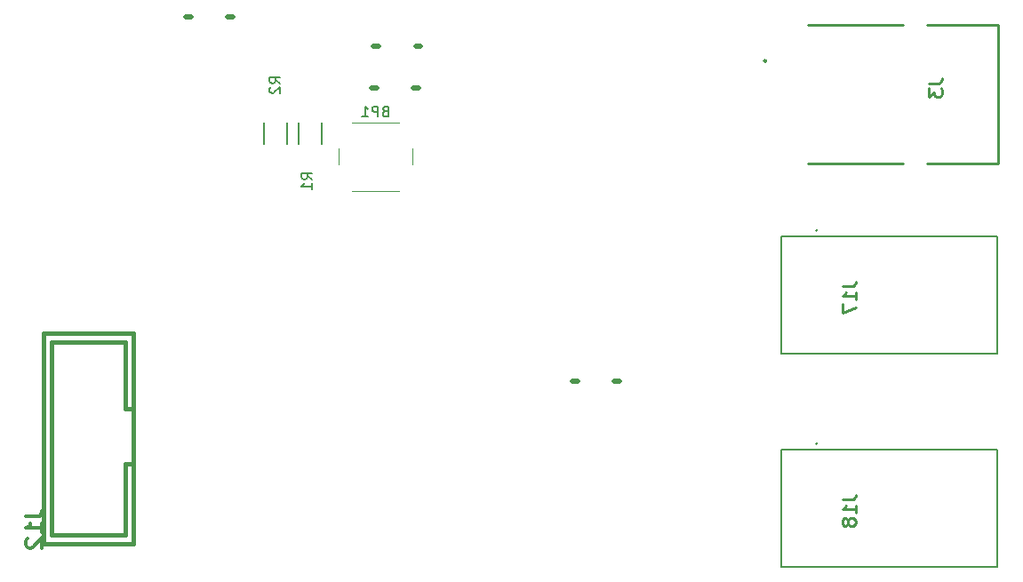
<source format=gbr>
G04 #@! TF.FileFunction,Legend,Bot*
%FSLAX46Y46*%
G04 Gerber Fmt 4.6, Leading zero omitted, Abs format (unit mm)*
G04 Created by KiCad (PCBNEW 4.0.7) date Thursday, 23 May 2019 'à' 18:59:53*
%MOMM*%
%LPD*%
G01*
G04 APERTURE LIST*
%ADD10C,0.100000*%
%ADD11C,0.254000*%
%ADD12C,0.381000*%
%ADD13C,0.150000*%
%ADD14C,0.120000*%
%ADD15C,0.500000*%
%ADD16C,0.200000*%
%ADD17C,0.304800*%
G04 APERTURE END LIST*
D10*
D11*
X188220000Y-79503000D02*
X188220000Y-66293000D01*
X170120000Y-66293000D02*
X179170000Y-66293000D01*
X170120000Y-79503000D02*
X179170000Y-79503000D01*
X188220000Y-79503000D02*
X181510000Y-79503000D01*
X188220000Y-66293000D02*
X181510000Y-66293000D01*
X166132920Y-69744000D02*
G75*
G03X166132920Y-69744000I-91920J0D01*
G01*
D12*
X105899940Y-108100960D02*
X105899940Y-102899040D01*
X98099600Y-96500780D02*
X105099840Y-96500780D01*
X105099840Y-96500780D02*
X105099840Y-102899040D01*
X105099840Y-102899040D02*
X105899940Y-102899040D01*
X105899940Y-108100960D02*
X105099840Y-108100960D01*
X105099840Y-108100960D02*
X105099840Y-114900540D01*
X105099840Y-114900540D02*
X98099600Y-114900540D01*
X98099600Y-114900540D02*
X98099600Y-96500780D01*
X105899940Y-95700680D02*
X105899940Y-102899040D01*
X105899940Y-115700640D02*
X105899940Y-108100960D01*
X105899940Y-95698140D02*
X97299500Y-95698140D01*
X97299500Y-95698140D02*
X97299500Y-115698100D01*
X97299500Y-115698100D02*
X105899940Y-115698100D01*
D13*
X121625000Y-75600000D02*
X121625000Y-77600000D01*
X123775000Y-77600000D02*
X123775000Y-75600000D01*
X118325000Y-75600000D02*
X118325000Y-77600000D01*
X120475000Y-77600000D02*
X120475000Y-75600000D01*
D14*
X131200000Y-82100000D02*
X126700000Y-82100000D01*
X132450000Y-78100000D02*
X132450000Y-79600000D01*
X126700000Y-75600000D02*
X131200000Y-75600000D01*
X125450000Y-79600000D02*
X125450000Y-78100000D01*
D15*
X114850000Y-65500000D02*
X115350000Y-65500000D01*
X111350000Y-65500000D02*
X110850000Y-65500000D01*
X110850000Y-65500000D02*
X111100000Y-65500000D01*
X132750000Y-68300000D02*
X133250000Y-68300000D01*
X129250000Y-68300000D02*
X128750000Y-68300000D01*
X128750000Y-68300000D02*
X129000000Y-68300000D01*
X129050000Y-72300000D02*
X128550000Y-72300000D01*
X132550000Y-72300000D02*
X133050000Y-72300000D01*
X133050000Y-72300000D02*
X132800000Y-72300000D01*
X151661000Y-100279000D02*
X152161000Y-100279000D01*
X148161000Y-100279000D02*
X147661000Y-100279000D01*
X147661000Y-100279000D02*
X147911000Y-100279000D01*
D16*
X167593000Y-97639600D02*
X188163000Y-97639600D01*
X188163000Y-97639600D02*
X188163000Y-86459600D01*
X188163000Y-86459600D02*
X167593000Y-86459600D01*
X167593000Y-86459600D02*
X167593000Y-97639600D01*
X171024000Y-85884600D02*
G75*
G03X171024000Y-85884600I-66000J0D01*
G01*
X167593000Y-117960000D02*
X188163000Y-117960000D01*
X188163000Y-117960000D02*
X188163000Y-106780000D01*
X188163000Y-106780000D02*
X167593000Y-106780000D01*
X167593000Y-106780000D02*
X167593000Y-117960000D01*
X171024000Y-106205000D02*
G75*
G03X171024000Y-106205000I-66000J0D01*
G01*
D11*
X181638524Y-71843667D02*
X182545667Y-71843667D01*
X182727095Y-71783191D01*
X182848048Y-71662239D01*
X182908524Y-71480810D01*
X182908524Y-71359858D01*
X181638524Y-72327477D02*
X181638524Y-73113667D01*
X182122333Y-72690334D01*
X182122333Y-72871762D01*
X182182810Y-72992715D01*
X182243286Y-73053191D01*
X182364238Y-73113667D01*
X182666619Y-73113667D01*
X182787571Y-73053191D01*
X182848048Y-72992715D01*
X182908524Y-72871762D01*
X182908524Y-72508905D01*
X182848048Y-72387953D01*
X182787571Y-72327477D01*
D17*
X95639429Y-113156286D02*
X96728000Y-113156286D01*
X96945714Y-113083714D01*
X97090857Y-112938571D01*
X97163429Y-112720857D01*
X97163429Y-112575714D01*
X97163429Y-114680286D02*
X97163429Y-113809429D01*
X97163429Y-114244857D02*
X95639429Y-114244857D01*
X95857143Y-114099714D01*
X96002286Y-113954572D01*
X96074857Y-113809429D01*
X95784571Y-115260858D02*
X95712000Y-115333429D01*
X95639429Y-115478572D01*
X95639429Y-115841429D01*
X95712000Y-115986572D01*
X95784571Y-116059143D01*
X95929714Y-116131715D01*
X96074857Y-116131715D01*
X96292571Y-116059143D01*
X97163429Y-115188286D01*
X97163429Y-116131715D01*
D13*
X122898381Y-81005334D02*
X122422190Y-80672000D01*
X122898381Y-80433905D02*
X121898381Y-80433905D01*
X121898381Y-80814858D01*
X121946000Y-80910096D01*
X121993619Y-80957715D01*
X122088857Y-81005334D01*
X122231714Y-81005334D01*
X122326952Y-80957715D01*
X122374571Y-80910096D01*
X122422190Y-80814858D01*
X122422190Y-80433905D01*
X122898381Y-81957715D02*
X122898381Y-81386286D01*
X122898381Y-81672000D02*
X121898381Y-81672000D01*
X122041238Y-81576762D01*
X122136476Y-81481524D01*
X122184095Y-81386286D01*
X119852381Y-71861334D02*
X119376190Y-71528000D01*
X119852381Y-71289905D02*
X118852381Y-71289905D01*
X118852381Y-71670858D01*
X118900000Y-71766096D01*
X118947619Y-71813715D01*
X119042857Y-71861334D01*
X119185714Y-71861334D01*
X119280952Y-71813715D01*
X119328571Y-71766096D01*
X119376190Y-71670858D01*
X119376190Y-71289905D01*
X118947619Y-72242286D02*
X118900000Y-72289905D01*
X118852381Y-72385143D01*
X118852381Y-72623239D01*
X118900000Y-72718477D01*
X118947619Y-72766096D01*
X119042857Y-72813715D01*
X119138095Y-72813715D01*
X119280952Y-72766096D01*
X119852381Y-72194667D01*
X119852381Y-72813715D01*
X129854761Y-74528571D02*
X129711904Y-74576190D01*
X129664285Y-74623810D01*
X129616666Y-74719048D01*
X129616666Y-74861905D01*
X129664285Y-74957143D01*
X129711904Y-75004762D01*
X129807142Y-75052381D01*
X130188095Y-75052381D01*
X130188095Y-74052381D01*
X129854761Y-74052381D01*
X129759523Y-74100000D01*
X129711904Y-74147619D01*
X129664285Y-74242857D01*
X129664285Y-74338095D01*
X129711904Y-74433333D01*
X129759523Y-74480952D01*
X129854761Y-74528571D01*
X130188095Y-74528571D01*
X129188095Y-75052381D02*
X129188095Y-74052381D01*
X128807142Y-74052381D01*
X128711904Y-74100000D01*
X128664285Y-74147619D01*
X128616666Y-74242857D01*
X128616666Y-74385714D01*
X128664285Y-74480952D01*
X128711904Y-74528571D01*
X128807142Y-74576190D01*
X129188095Y-74576190D01*
X127664285Y-75052381D02*
X128235714Y-75052381D01*
X127950000Y-75052381D02*
X127950000Y-74052381D01*
X128045238Y-74195238D01*
X128140476Y-74290476D01*
X128235714Y-74338095D01*
D11*
X173392524Y-91227505D02*
X174299667Y-91227505D01*
X174481095Y-91167029D01*
X174602048Y-91046077D01*
X174662524Y-90864648D01*
X174662524Y-90743696D01*
X174662524Y-92497505D02*
X174662524Y-91771791D01*
X174662524Y-92134648D02*
X173392524Y-92134648D01*
X173573952Y-92013696D01*
X173694905Y-91892743D01*
X173755381Y-91771791D01*
X173392524Y-92920839D02*
X173392524Y-93767505D01*
X174662524Y-93223220D01*
X173392524Y-111547905D02*
X174299667Y-111547905D01*
X174481095Y-111487429D01*
X174602048Y-111366477D01*
X174662524Y-111185048D01*
X174662524Y-111064096D01*
X174662524Y-112817905D02*
X174662524Y-112092191D01*
X174662524Y-112455048D02*
X173392524Y-112455048D01*
X173573952Y-112334096D01*
X173694905Y-112213143D01*
X173755381Y-112092191D01*
X173936810Y-113543620D02*
X173876333Y-113422667D01*
X173815857Y-113362191D01*
X173694905Y-113301715D01*
X173634429Y-113301715D01*
X173513476Y-113362191D01*
X173453000Y-113422667D01*
X173392524Y-113543620D01*
X173392524Y-113785524D01*
X173453000Y-113906477D01*
X173513476Y-113966953D01*
X173634429Y-114027429D01*
X173694905Y-114027429D01*
X173815857Y-113966953D01*
X173876333Y-113906477D01*
X173936810Y-113785524D01*
X173936810Y-113543620D01*
X173997286Y-113422667D01*
X174057762Y-113362191D01*
X174178714Y-113301715D01*
X174420619Y-113301715D01*
X174541571Y-113362191D01*
X174602048Y-113422667D01*
X174662524Y-113543620D01*
X174662524Y-113785524D01*
X174602048Y-113906477D01*
X174541571Y-113966953D01*
X174420619Y-114027429D01*
X174178714Y-114027429D01*
X174057762Y-113966953D01*
X173997286Y-113906477D01*
X173936810Y-113785524D01*
M02*

</source>
